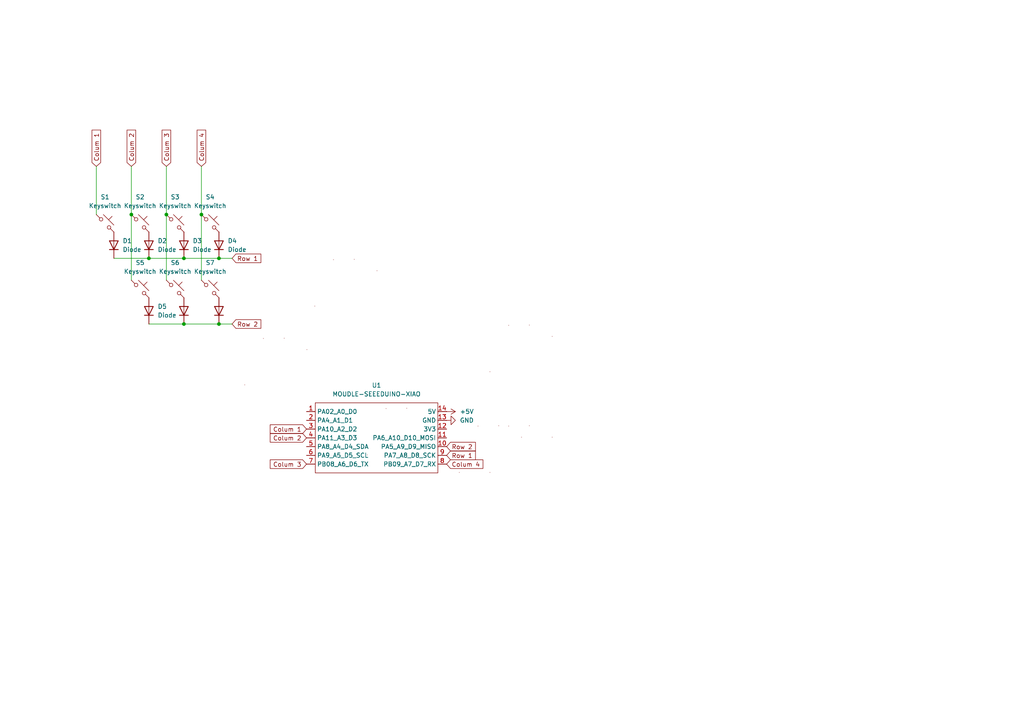
<source format=kicad_sch>
(kicad_sch (version 20231120) (generator "eeschema") (generator_version "8.0")
  (paper "A4")
  (lib_symbols
    (symbol "Duck:LOGO" (pin_names (offset 1.016))
      (symbol "LOGO_0_0"
        (polyline (pts (xy -10.2447 -4.953) (xy -10.287 -4.9106) (xy -10.3294 -4.953) (xy -10.287 -4.9953) (xy -10.2447 -4.953)) (stroke (width 0.01)) (fill (type outline)))
        (polyline (pts (xy -4.826 8.509) (xy -4.8684 8.5514) (xy -4.9107 8.509) (xy -4.8684 8.4667) (xy -4.826 8.509)) (stroke (width 0.01)) (fill (type outline)))
        (polyline (pts (xy 1.1853 8.5937) (xy 1.143 8.636) (xy 1.1006 8.5937) (xy 1.143 8.5514) (xy 1.1853 8.5937)) (stroke (width 0.01)) (fill (type outline)))
        (polyline (pts (xy 7.7893 5.2917) (xy 7.747 5.334) (xy 7.7046 5.2917) (xy 7.747 5.2494) (xy 7.7893 5.2917)) (stroke (width 0.01)) (fill (type outline)))
      )
    )
    (symbol "Xiao:MOUDLE-SEEEDUINO-XIAO"
      (property "Reference" "U" (at -16.51 11.43 0))
      (property "Value" "MOUDLE-SEEEDUINO-XIAO" (at -3.81 -11.43 0))
      (symbol "MOUDLE-SEEEDUINO-XIAO_0_1"
        (rectangle (start -16.51 10.16) (end 19.05 -10.16))
      )
      (symbol "MOUDLE-SEEEDUINO-XIAO_1_1"
        (pin passive line (at -19.05 7.62 0) (length 2.54) (name "PA02_A0_D0") (number "1"))
        (pin passive line (at 21.59 -2.54 180) (length 2.54) (name "PA5_A9_D9_MISO") (number "10"))
        (pin passive line (at 21.59 0 180) (length 2.54) (name "PA6_A10_D10_MOSI") (number "11"))
        (pin passive line (at 21.59 2.54 180) (length 2.54) (name "3V3") (number "12"))
        (pin passive line (at 21.59 5.08 180) (length 2.54) (name "GND") (number "13"))
        (pin passive line (at 21.59 7.62 180) (length 2.54) (name "5V") (number "14"))
        (pin passive line (at -19.05 5.08 0) (length 2.54) (name "PA4_A1_D1") (number "2"))
        (pin passive line (at -19.05 2.54 0) (length 2.54) (name "PA10_A2_D2") (number "3"))
        (pin passive line (at -19.05 0 0) (length 2.54) (name "PA11_A3_D3") (number "4"))
        (pin passive line (at -19.05 -2.54 0) (length 2.54) (name "PA8_A4_D4_SDA") (number "5"))
        (pin passive line (at -19.05 -5.08 0) (length 2.54) (name "PA9_A5_D5_SCL") (number "6"))
        (pin passive line (at -19.05 -7.62 0) (length 2.54) (name "PB08_A6_D6_TX") (number "7"))
        (pin passive line (at 21.59 -7.62 180) (length 2.54) (name "PB09_A7_D7_RX") (number "8"))
        (pin passive line (at 21.59 -5.08 180) (length 2.54) (name "PA7_A8_D8_SCK") (number "9"))
      )
    )
    (symbol "power:+5V" (power) (pin_numbers hide) (pin_names (offset 0) hide)
      (property "Value" "+5V" (at 0 3.556 0))
      (symbol "+5V_0_1"
        (polyline (pts (xy -0.762 1.27) (xy 0 2.54)))
        (polyline (pts (xy 0 0) (xy 0 2.54)))
        (polyline (pts (xy 0 2.54) (xy 0.762 1.27)))
      )
      (symbol "+5V_1_1"
        (pin power_in line (at 0 0 90) (length 0) (name "~") (number "1"))
      )
    )
    (symbol "power:GND" (power) (pin_numbers hide) (pin_names (offset 0) hide)
      (property "Value" "GND" (at 0 -3.81 0))
      (symbol "GND_0_1"
        (polyline (pts (xy 0 0) (xy 0 -1.27) (xy 1.27 -1.27) (xy 0 -2.54) (xy -1.27 -1.27) (xy 0 -1.27)))
      )
      (symbol "GND_1_1"
        (pin power_in line (at 0 0 270) (length 0) (name "~") (number "1"))
      )
    )
    (symbol "scottokeebs:Placeholder_Diode" (pin_numbers hide) (pin_names hide)
      (property "Reference" "D" (at 0 2.54 0))
      (property "Value" "Diode" (at 0 -2.54 0))
      (symbol "Placeholder_Diode_0_1"
        (polyline (pts (xy -1.27 1.27) (xy -1.27 -1.27)) (stroke (width 0.254)))
        (polyline (pts (xy 1.27 0) (xy -1.27 0)))
        (polyline (pts (xy 1.27 1.27) (xy 1.27 -1.27) (xy -1.27 0) (xy 1.27 1.27)) (stroke (width 0.254)))
      )
      (symbol "Placeholder_Diode_1_1"
        (pin passive line (at -3.81 0 0) (length 2.54) (name "K") (number "1"))
        (pin passive line (at 3.81 0 180) (length 2.54) (name "A") (number "2"))
      )
    )
    (symbol "scottokeebs:Placeholder_Keyswitch" (pin_numbers hide) (pin_names (offset 1.016) hide)
      (property "Reference" "S" (at 3.048 1.016 0))
      (property "Value" "Keyswitch" (at 0 -3.81 0))
      (symbol "Placeholder_Keyswitch_0_1"
        (circle (center -1.1684 1.1684) (radius 0.508))
        (polyline (pts (xy -0.508 2.54) (xy 2.54 -0.508)))
        (polyline (pts (xy 1.016 1.016) (xy 2.032 2.032)))
        (polyline (pts (xy -2.54 2.54) (xy -1.524 1.524) (xy -1.524 1.524)))
        (polyline (pts (xy 1.524 -1.524) (xy 2.54 -2.54) (xy 2.54 -2.54) (xy 2.54 -2.54)))
        (circle (center 1.143 -1.1938) (radius 0.508))
        (pin passive line (at -2.54 2.54 0) (length 0) (name "1") (number "1"))
        (pin passive line (at 2.54 -2.54 180) (length 0) (name "2") (number "2"))
      )
    )
  )
  (junction (at 38.1 62.23))
  (junction (at 58.42 62.23))
  (junction (at 53.34 93.98))
  (junction (at 63.5 74.93))
  (junction (at 53.34 74.93))
  (junction (at 63.5 93.98))
  (junction (at 43.18 74.93))
  (junction (at 48.26 62.23))
  (wire (pts (xy 53.34 74.93) (xy 63.5 74.93)))
  (wire (pts (xy 58.42 48.26) (xy 58.42 62.23)))
  (wire (pts (xy 48.26 62.23) (xy 48.26 81.28)))
  (wire (pts (xy 48.26 48.26) (xy 48.26 62.23)))
  (wire (pts (xy 63.5 93.98) (xy 67.31 93.98)))
  (wire (pts (xy 67.31 74.93) (xy 63.5 74.93)))
  (wire (pts (xy 58.42 62.23) (xy 58.42 81.28)))
  (wire (pts (xy 38.1 62.23) (xy 38.1 81.28)))
  (wire (pts (xy 33.02 74.93) (xy 43.18 74.93)))
  (wire (pts (xy 53.34 93.98) (xy 63.5 93.98)))
  (wire (pts (xy 43.18 93.98) (xy 53.34 93.98)))
  (wire (pts (xy 38.1 48.26) (xy 38.1 62.23)))
  (wire (pts (xy 43.18 74.93) (xy 53.34 74.93)))
  (wire (pts (xy 27.94 48.26) (xy 27.94 62.23)))
  (global_label "Colum 1" (shape input) (at 27.94 48.26 90) (property "Intersheetrefs" "${INTERSHEET_REFS}" (effects (hide yes))))
  (global_label "Colum 1" (shape input) (at 88.9 124.46 180) (property "Intersheetrefs" "${INTERSHEET_REFS}" (effects (hide yes))))
  (global_label "Colum 3" (shape input) (at 48.26 48.26 90) (property "Intersheetrefs" "${INTERSHEET_REFS}" (effects (hide yes))))
  (global_label "Row 1" (shape input) (at 129.54 132.08 0) (property "Intersheetrefs" "${INTERSHEET_REFS}" (effects (hide yes))))
  (global_label "Row 2" (shape input) (at 67.31 93.98 0) (property "Intersheetrefs" "${INTERSHEET_REFS}" (effects (hide yes))))
  (global_label "Colum 2" (shape input) (at 38.1 48.26 90) (property "Intersheetrefs" "${INTERSHEET_REFS}" (effects (hide yes))))
  (global_label "Colum 4" (shape input) (at 129.54 134.62 0) (property "Intersheetrefs" "${INTERSHEET_REFS}" (effects (hide yes))))
  (global_label "Colum 2" (shape input) (at 88.9 127 180) (property "Intersheetrefs" "${INTERSHEET_REFS}" (effects (hide yes))))
  (global_label "Colum 4" (shape input) (at 58.42 48.26 90) (property "Intersheetrefs" "${INTERSHEET_REFS}" (effects (hide yes))))
  (global_label "Row 1" (shape input) (at 67.31 74.93 0) (property "Intersheetrefs" "${INTERSHEET_REFS}" (effects (hide yes))))
  (global_label "Row 2" (shape input) (at 129.54 129.54 0) (property "Intersheetrefs" "${INTERSHEET_REFS}" (effects (hide yes))))
  (global_label "Colum 3" (shape input) (at 88.9 134.62 180) (property "Intersheetrefs" "${INTERSHEET_REFS}" (effects (hide yes))))
  (symbol (lib_id "Xiao:MOUDLE-SEEEDUINO-XIAO") (at 107.95 127 0) (unit 1)
    (property "Reference" "U1" (at 109.22 111.76 0))
    (property "Value" "MOUDLE-SEEEDUINO-XIAO" (at 109.22 114.3 0))
    (property "Footprint" "Seeed Studio XIAO Series Library:XIAO-RP2040-DIP" (effects (hide yes)))
  )
  (symbol (lib_id "scottokeebs:Placeholder_Keyswitch") (at 40.64 83.82 0) (unit 1)
    (property "Reference" "S5" (at 40.64 76.2 0))
    (property "Value" "Keyswitch" (at 40.64 78.74 0))
    (property "Footprint" "Button_Switch_Keyboard:SW_Cherry_MX_1.00u_PCB" (effects (hide yes)))
    (property "Description" "Push button switch, normally open, two pins, 45° tilted" (effects (hide yes)))
  )
  (symbol (lib_id "scottokeebs:Placeholder_Keyswitch") (at 40.64 64.77 0) (unit 1)
    (property "Reference" "S2" (at 40.64 57.15 0))
    (property "Value" "Keyswitch" (at 40.64 59.69 0))
    (property "Footprint" "Button_Switch_Keyboard:SW_Cherry_MX_1.00u_PCB" (effects (hide yes)))
    (property "Description" "Push button switch, normally open, two pins, 45° tilted" (effects (hide yes)))
  )
  (symbol (lib_id "scottokeebs:Placeholder_Keyswitch") (at 30.48 64.77 0) (unit 1)
    (property "Reference" "S1" (at 30.48 57.15 0))
    (property "Value" "Keyswitch" (at 30.48 59.69 0))
    (property "Footprint" "Button_Switch_Keyboard:SW_Cherry_MX_1.00u_PCB" (effects (hide yes)))
    (property "Description" "Push button switch, normally open, two pins, 45° tilted" (effects (hide yes)))
  )
  (symbol (lib_id "Duck:LOGO") (at 116.84 127 0) (unit 1)
    (property "Reference" "#G2" (effects (hide yes)))
    (property "Value" "LOGO" (effects (hide yes)))
  )
  (symbol (lib_id "scottokeebs:Placeholder_Keyswitch") (at 50.8 83.82 0) (unit 1)
    (property "Reference" "S6" (at 50.8 76.2 0))
    (property "Value" "Keyswitch" (at 50.8 78.74 0))
    (property "Footprint" "Button_Switch_Keyboard:SW_Cherry_MX_1.00u_PCB" (effects (hide yes)))
    (property "Description" "Push button switch, normally open, two pins, 45° tilted" (effects (hide yes)))
  )
  (symbol (lib_id "scottokeebs:Placeholder_Keyswitch") (at 50.8 64.77 0) (unit 1)
    (property "Reference" "S3" (at 50.8 57.15 0))
    (property "Value" "Keyswitch" (at 50.8 59.69 0))
    (property "Footprint" "Button_Switch_Keyboard:SW_Cherry_MX_1.00u_PCB" (effects (hide yes)))
    (property "Description" "Push button switch, normally open, two pins, 45° tilted" (effects (hide yes)))
  )
  (symbol (lib_id "scottokeebs:Placeholder_Diode") (at 33.02 71.12 90) (unit 1)
    (property "Reference" "D1" (at 35.56 69.8499 90) (effects (justify right)))
    (property "Value" "Diode" (at 35.56 72.3899 90) (effects (justify right)))
    (property "Footprint" "ScottoKeebs_Components:Diode_DO-35" (effects (hide yes)))
    (property "Description" "1N4148 (DO-35) or 1N4148W (SOD-123)" (effects (hide yes)))
    (property "Sim.Device" "D" (effects (hide yes)))
    (property "Sim.Pins" "1=K 2=A" (effects (hide yes)))
  )
  (symbol (lib_id "scottokeebs:Placeholder_Diode") (at 53.34 71.12 90) (unit 1)
    (property "Reference" "D3" (at 55.88 69.8499 90) (effects (justify right)))
    (property "Value" "Diode" (at 55.88 72.3899 90) (effects (justify right)))
    (property "Footprint" "ScottoKeebs_Components:Diode_DO-35" (effects (hide yes)))
    (property "Description" "1N4148 (DO-35) or 1N4148W (SOD-123)" (effects (hide yes)))
    (property "Sim.Device" "D" (effects (hide yes)))
    (property "Sim.Pins" "1=K 2=A" (effects (hide yes)))
  )
  (symbol (lib_id "power:GND") (at 129.54 121.92 90) (unit 1)
    (property "Reference" "#PWR030" (effects (hide yes)))
    (property "Value" "GND" (at 133.35 121.9199 90) (effects (justify right)))
    (property "Description" "Power symbol creates a global label with name \"GND\" , ground" (effects (hide yes)))
  )
  (symbol (lib_id "scottokeebs:Placeholder_Keyswitch") (at 60.96 64.77 0) (unit 1)
    (property "Reference" "S4" (at 60.96 57.15 0))
    (property "Value" "Keyswitch" (at 60.96 59.69 0))
    (property "Footprint" "Button_Switch_Keyboard:SW_Cherry_MX_1.00u_PCB" (effects (hide yes)))
    (property "Description" "Push button switch, normally open, two pins, 45° tilted" (effects (hide yes)))
  )
  (symbol (lib_id "scottokeebs:Placeholder_Diode") (at 53.34 90.17 90) (unit 1)
    (property "Reference" "D6" (effects (hide yes)))
    (property "Value" "Diode" (effects (hide yes)))
    (property "Footprint" "ScottoKeebs_Components:Diode_DO-35" (effects (hide yes)))
    (property "Description" "1N4148 (DO-35) or 1N4148W (SOD-123)" (effects (hide yes)))
    (property "Sim.Device" "D" (effects (hide yes)))
    (property "Sim.Pins" "1=K 2=A" (effects (hide yes)))
  )
  (symbol (lib_id "Duck:LOGO") (at 152.4 102.87 0) (unit 1)
    (property "Reference" "#G5" (effects (hide yes)))
    (property "Value" "LOGO" (effects (hide yes)))
  )
  (symbol (lib_id "scottokeebs:Placeholder_Diode") (at 63.5 71.12 90) (unit 1)
    (property "Reference" "D4" (at 66.04 69.8499 90) (effects (justify right)))
    (property "Value" "Diode" (at 66.04 72.3899 90) (effects (justify right)))
    (property "Footprint" "ScottoKeebs_Components:Diode_DO-35" (effects (hide yes)))
    (property "Description" "1N4148 (DO-35) or 1N4148W (SOD-123)" (effects (hide yes)))
    (property "Sim.Device" "D" (effects (hide yes)))
    (property "Sim.Pins" "1=K 2=A" (effects (hide yes)))
  )
  (symbol (lib_id "scottokeebs:Placeholder_Keyswitch") (at 60.96 83.82 0) (unit 1)
    (property "Reference" "S7" (at 60.96 76.2 0))
    (property "Value" "Keyswitch" (at 60.96 78.74 0))
    (property "Footprint" "Button_Switch_Keyboard:SW_Cherry_MX_1.00u_PCB" (effects (hide yes)))
    (property "Description" "Push button switch, normally open, two pins, 45° tilted" (effects (hide yes)))
  )
  (symbol (lib_id "Duck:LOGO") (at 143.51 132.08 0) (unit 1)
    (property "Reference" "#G3" (effects (hide yes)))
    (property "Value" "LOGO" (effects (hide yes)))
  )
  (symbol (lib_id "Duck:LOGO") (at 81.28 106.68 0) (unit 1)
    (property "Reference" "#G8" (effects (hide yes)))
    (property "Value" "LOGO" (effects (hide yes)))
  )
  (symbol (lib_id "power:+5V") (at 129.54 119.38 270) (unit 1)
    (property "Reference" "#PWR029" (effects (hide yes)))
    (property "Value" "+5V" (at 133.35 119.3799 90) (effects (justify left)))
    (property "Description" "Power symbol creates a global label with name \"+5V\"" (effects (hide yes)))
  )
  (symbol (lib_id "Duck:LOGO") (at 101.6 83.82 0) (unit 1)
    (property "Reference" "#G1" (effects (hide yes)))
    (property "Value" "LOGO" (effects (hide yes)))
  )
  (symbol (lib_id "scottokeebs:Placeholder_Diode") (at 43.18 90.17 90) (unit 1)
    (property "Reference" "D5" (at 45.72 88.8999 90) (effects (justify right)))
    (property "Value" "Diode" (at 45.72 91.4399 90) (effects (justify right)))
    (property "Footprint" "ScottoKeebs_Components:Diode_DO-35" (effects (hide yes)))
    (property "Description" "1N4148 (DO-35) or 1N4148W (SOD-123)" (effects (hide yes)))
    (property "Sim.Device" "D" (effects (hide yes)))
    (property "Sim.Pins" "1=K 2=A" (effects (hide yes)))
  )
  (symbol (lib_id "scottokeebs:Placeholder_Diode") (at 43.18 71.12 90) (unit 1)
    (property "Reference" "D2" (at 45.72 69.8499 90) (effects (justify right)))
    (property "Value" "Diode" (at 45.72 72.3899 90) (effects (justify right)))
    (property "Footprint" "ScottoKeebs_Components:Diode_DO-35" (effects (hide yes)))
    (property "Description" "1N4148 (DO-35) or 1N4148W (SOD-123)" (effects (hide yes)))
    (property "Sim.Device" "D" (effects (hide yes)))
    (property "Sim.Pins" "1=K 2=A" (effects (hide yes)))
  )
  (symbol (lib_id "Duck:LOGO") (at 152.4 132.08 0) (unit 1)
    (property "Reference" "#G4" (effects (hide yes)))
    (property "Value" "LOGO" (effects (hide yes)))
  )
  (symbol (lib_id "scottokeebs:Placeholder_Diode") (at 63.5 90.17 90) (unit 1)
    (property "Reference" "D7" (effects (hide yes)))
    (property "Value" "Diode" (effects (hide yes)))
    (property "Footprint" "ScottoKeebs_Components:Diode_DO-35" (effects (hide yes)))
    (property "Description" "1N4148 (DO-35) or 1N4148W (SOD-123)" (effects (hide yes)))
    (property "Sim.Device" "D" (effects (hide yes)))
    (property "Sim.Pins" "1=K 2=A" (effects (hide yes)))
  )
)
</source>
